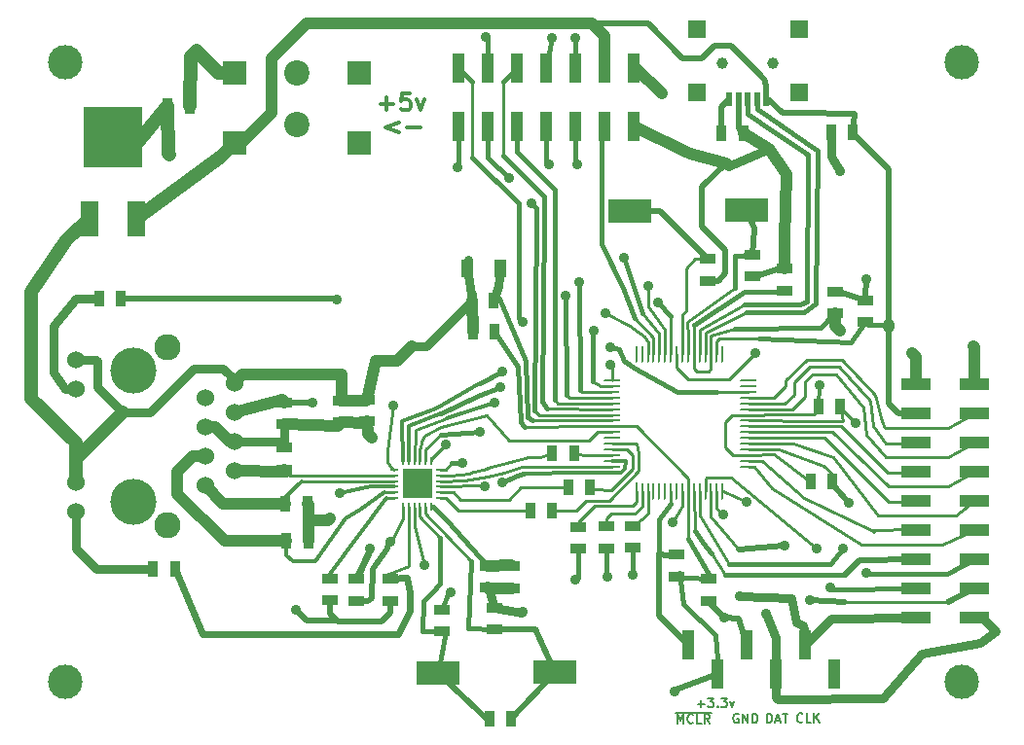
<source format=gtl>
G04 (created by PCBNEW (2013-08-24 BZR 4298)-stable) date Tue 08 Oct 2013 10:17:30 PM PDT*
%MOIN*%
G04 Gerber Fmt 3.4, Leading zero omitted, Abs format*
%FSLAX34Y34*%
G01*
G70*
G90*
G04 APERTURE LIST*
%ADD10C,0.005906*%
%ADD11C,0.011811*%
%ADD12C,0.007874*%
%ADD13R,0.098400X0.098400*%
%ADD14O,0.009800X0.031500*%
%ADD15O,0.031500X0.009800*%
%ADD16C,0.031496*%
%ADD17R,0.039400X0.059100*%
%ADD18R,0.039400X0.061000*%
%ADD19R,0.063000X0.063000*%
%ADD20C,0.039400*%
%ADD21R,0.019700X0.047200*%
%ADD22R,0.009800X0.060000*%
%ADD23O,0.009800X0.060000*%
%ADD24O,0.060000X0.009800*%
%ADD25R,0.149600X0.082700*%
%ADD26C,0.060000*%
%ADD27C,0.157480*%
%ADD28C,0.090000*%
%ADD29C,0.086614*%
%ADD30R,0.078700X0.078700*%
%ADD31R,0.055000X0.035000*%
%ADD32R,0.035000X0.055000*%
%ADD33R,0.060000X0.120000*%
%ADD34R,0.200000X0.210000*%
%ADD35R,0.039000X0.100000*%
%ADD36R,0.100000X0.039000*%
%ADD37C,0.118110*%
%ADD38C,0.035000*%
%ADD39C,0.023622*%
%ADD40C,0.009843*%
%ADD41C,0.039370*%
%ADD42C,0.047244*%
%ADD43C,0.019685*%
%ADD44C,0.015748*%
%ADD45C,0.031496*%
G04 APERTURE END LIST*
G54D10*
G54D11*
X25989Y-29649D02*
X25539Y-29817D01*
X25989Y-29986D01*
X26270Y-29817D02*
X26720Y-29817D01*
X25355Y-28991D02*
X25805Y-28991D01*
X25580Y-29215D02*
X25580Y-28766D01*
X26367Y-28625D02*
X26086Y-28625D01*
X26058Y-28906D01*
X26086Y-28878D01*
X26142Y-28850D01*
X26283Y-28850D01*
X26339Y-28878D01*
X26367Y-28906D01*
X26395Y-28962D01*
X26395Y-29103D01*
X26367Y-29159D01*
X26339Y-29187D01*
X26283Y-29215D01*
X26142Y-29215D01*
X26086Y-29187D01*
X26058Y-29159D01*
X26592Y-28822D02*
X26733Y-29215D01*
X26874Y-28822D01*
G54D12*
X39816Y-50167D02*
X39801Y-50182D01*
X39756Y-50197D01*
X39726Y-50197D01*
X39681Y-50182D01*
X39651Y-50152D01*
X39636Y-50122D01*
X39621Y-50062D01*
X39621Y-50017D01*
X39636Y-49957D01*
X39651Y-49927D01*
X39681Y-49897D01*
X39726Y-49882D01*
X39756Y-49882D01*
X39801Y-49897D01*
X39816Y-49912D01*
X40101Y-50197D02*
X39951Y-50197D01*
X39951Y-49882D01*
X40206Y-50197D02*
X40206Y-49882D01*
X40386Y-50197D02*
X40251Y-50017D01*
X40386Y-49882D02*
X40206Y-50062D01*
X37618Y-49913D02*
X37588Y-49898D01*
X37543Y-49898D01*
X37498Y-49913D01*
X37468Y-49943D01*
X37453Y-49973D01*
X37438Y-50033D01*
X37438Y-50078D01*
X37453Y-50138D01*
X37468Y-50168D01*
X37498Y-50198D01*
X37543Y-50213D01*
X37573Y-50213D01*
X37618Y-50198D01*
X37633Y-50183D01*
X37633Y-50078D01*
X37573Y-50078D01*
X37768Y-50213D02*
X37768Y-49898D01*
X37948Y-50213D01*
X37948Y-49898D01*
X38098Y-50213D02*
X38098Y-49898D01*
X38173Y-49898D01*
X38218Y-49913D01*
X38248Y-49943D01*
X38263Y-49973D01*
X38278Y-50033D01*
X38278Y-50078D01*
X38263Y-50138D01*
X38248Y-50168D01*
X38218Y-50198D01*
X38173Y-50213D01*
X38098Y-50213D01*
X38587Y-50213D02*
X38587Y-49898D01*
X38662Y-49898D01*
X38707Y-49913D01*
X38737Y-49943D01*
X38752Y-49973D01*
X38767Y-50033D01*
X38767Y-50078D01*
X38752Y-50138D01*
X38737Y-50168D01*
X38707Y-50198D01*
X38662Y-50213D01*
X38587Y-50213D01*
X38887Y-50123D02*
X39037Y-50123D01*
X38857Y-50213D02*
X38962Y-49898D01*
X39067Y-50213D01*
X39127Y-49898D02*
X39307Y-49898D01*
X39217Y-50213D02*
X39217Y-49898D01*
X36223Y-49553D02*
X36463Y-49553D01*
X36343Y-49673D02*
X36343Y-49434D01*
X36583Y-49359D02*
X36778Y-49359D01*
X36673Y-49479D01*
X36718Y-49479D01*
X36748Y-49494D01*
X36763Y-49508D01*
X36778Y-49538D01*
X36778Y-49613D01*
X36763Y-49643D01*
X36748Y-49658D01*
X36718Y-49673D01*
X36628Y-49673D01*
X36598Y-49658D01*
X36583Y-49643D01*
X36913Y-49643D02*
X36928Y-49658D01*
X36913Y-49673D01*
X36898Y-49658D01*
X36913Y-49643D01*
X36913Y-49673D01*
X37033Y-49359D02*
X37228Y-49359D01*
X37123Y-49479D01*
X37168Y-49479D01*
X37198Y-49494D01*
X37213Y-49508D01*
X37228Y-49538D01*
X37228Y-49613D01*
X37213Y-49643D01*
X37198Y-49658D01*
X37168Y-49673D01*
X37078Y-49673D01*
X37048Y-49658D01*
X37033Y-49643D01*
X37333Y-49464D02*
X37408Y-49673D01*
X37483Y-49464D01*
X35527Y-50229D02*
X35527Y-49914D01*
X35632Y-50139D01*
X35737Y-49914D01*
X35737Y-50229D01*
X36067Y-50199D02*
X36052Y-50214D01*
X36007Y-50229D01*
X35977Y-50229D01*
X35932Y-50214D01*
X35902Y-50184D01*
X35887Y-50154D01*
X35872Y-50094D01*
X35872Y-50049D01*
X35887Y-49989D01*
X35902Y-49959D01*
X35932Y-49929D01*
X35977Y-49914D01*
X36007Y-49914D01*
X36052Y-49929D01*
X36067Y-49944D01*
X36352Y-50229D02*
X36202Y-50229D01*
X36202Y-49914D01*
X36637Y-50229D02*
X36532Y-50079D01*
X36457Y-50229D02*
X36457Y-49914D01*
X36577Y-49914D01*
X36607Y-49929D01*
X36622Y-49944D01*
X36637Y-49974D01*
X36637Y-50019D01*
X36622Y-50049D01*
X36607Y-50064D01*
X36577Y-50079D01*
X36457Y-50079D01*
X35452Y-49859D02*
X36697Y-49859D01*
G54D13*
X26618Y-42019D03*
G54D14*
X26126Y-42806D03*
X26323Y-42806D03*
X26520Y-42806D03*
X26716Y-42806D03*
X26913Y-42806D03*
X27110Y-42806D03*
G54D15*
X27405Y-42511D03*
X27405Y-42314D03*
X27405Y-42117D03*
X27405Y-41921D03*
X27405Y-41724D03*
X27405Y-41527D03*
G54D14*
X27110Y-41232D03*
X26913Y-41232D03*
X26716Y-41232D03*
X26520Y-41232D03*
X26323Y-41232D03*
X26126Y-41232D03*
G54D15*
X25831Y-41527D03*
X25831Y-41724D03*
X25831Y-41921D03*
X25831Y-42117D03*
X25831Y-42314D03*
X25831Y-42511D03*
G54D16*
X26618Y-42019D03*
X26318Y-41719D03*
X26318Y-42319D03*
X26918Y-41719D03*
X26918Y-42319D03*
G54D17*
X29481Y-34624D03*
G54D18*
X28329Y-34620D03*
G54D19*
X36190Y-28592D03*
X36190Y-26427D03*
X39694Y-28592D03*
G54D20*
X37076Y-27608D03*
G54D21*
X37627Y-28829D03*
X38572Y-28829D03*
X38257Y-28829D03*
X37312Y-28829D03*
X37937Y-28829D03*
G54D19*
X39694Y-26427D03*
G54D20*
X38808Y-27608D03*
G54D22*
X34124Y-42261D03*
G54D23*
X34321Y-42261D03*
X34518Y-42261D03*
X34715Y-42261D03*
X34912Y-42261D03*
X35108Y-42261D03*
X35305Y-42261D03*
X35502Y-42261D03*
X35699Y-42261D03*
X35896Y-42261D03*
X36093Y-42261D03*
X36289Y-42261D03*
X36486Y-42261D03*
X36683Y-42261D03*
X36880Y-42261D03*
X37077Y-42261D03*
G54D24*
X37975Y-41426D03*
X37975Y-41229D03*
X37975Y-41032D03*
X37975Y-40835D03*
X37975Y-40638D03*
X37975Y-40442D03*
X37975Y-40245D03*
X37975Y-40048D03*
X37975Y-39851D03*
X37975Y-39654D03*
X37975Y-39457D03*
X37975Y-39261D03*
X37975Y-39064D03*
X37975Y-38867D03*
X37975Y-38670D03*
X37975Y-38473D03*
G54D23*
X37077Y-37575D03*
X36880Y-37575D03*
X36683Y-37575D03*
X36486Y-37575D03*
X36289Y-37575D03*
X36093Y-37575D03*
X35896Y-37575D03*
X35699Y-37575D03*
X35502Y-37575D03*
X35305Y-37575D03*
X35108Y-37575D03*
X34912Y-37575D03*
X34715Y-37575D03*
X34518Y-37575D03*
X34321Y-37575D03*
X34124Y-37575D03*
G54D24*
X33289Y-38473D03*
X33289Y-38670D03*
X33289Y-39064D03*
X33282Y-38867D03*
X33289Y-39261D03*
X33289Y-39457D03*
X33289Y-39654D03*
X33289Y-39851D03*
X33289Y-40048D03*
X33289Y-40245D03*
X33289Y-40439D03*
X33289Y-40636D03*
X33289Y-40833D03*
X33289Y-41030D03*
X33289Y-41226D03*
X33289Y-41423D03*
G54D25*
X31330Y-48462D03*
X27330Y-48500D03*
X33893Y-32667D03*
X37893Y-32629D03*
G54D26*
X14921Y-37765D03*
X14921Y-38765D03*
X14921Y-41982D03*
X14921Y-42982D03*
X19350Y-39084D03*
X19350Y-41084D03*
X19350Y-40084D03*
X19350Y-42080D03*
X20350Y-41570D03*
X20350Y-39574D03*
X20350Y-40574D03*
G54D27*
X16902Y-42624D03*
X16902Y-38124D03*
G54D28*
X18051Y-37324D03*
X18051Y-43423D03*
G54D26*
X20350Y-38574D03*
G54D29*
X22503Y-29700D03*
G54D30*
X24629Y-27929D03*
X24629Y-30330D03*
X20371Y-27929D03*
X20377Y-30330D03*
G54D29*
X22503Y-27929D03*
G54D31*
X25688Y-45274D03*
X25688Y-46024D03*
G54D32*
X17577Y-44940D03*
X18327Y-44940D03*
G54D31*
X35500Y-45193D03*
X35500Y-44443D03*
G54D32*
X22855Y-42696D03*
X22105Y-42696D03*
G54D31*
X22066Y-40786D03*
X22066Y-41536D03*
G54D32*
X22884Y-43986D03*
X22134Y-43986D03*
G54D31*
X22066Y-39971D03*
X22066Y-39221D03*
G54D32*
X31243Y-40972D03*
X31993Y-40972D03*
X31786Y-42141D03*
X32536Y-42141D03*
X30495Y-42940D03*
X31245Y-42940D03*
X29843Y-50086D03*
X29093Y-50086D03*
G54D31*
X23618Y-45254D03*
X23618Y-46004D03*
X33988Y-44213D03*
X33988Y-43463D03*
X33098Y-44233D03*
X33098Y-43483D03*
X32118Y-44237D03*
X32118Y-43487D03*
X24539Y-45274D03*
X24539Y-46024D03*
X39200Y-35394D03*
X39200Y-34644D03*
X38106Y-34156D03*
X38106Y-34906D03*
X36570Y-34306D03*
X36570Y-35056D03*
X40921Y-36178D03*
X40921Y-35428D03*
X41968Y-36481D03*
X41968Y-35731D03*
G54D32*
X37046Y-30009D03*
X37796Y-30009D03*
X41536Y-29956D03*
X40786Y-29956D03*
X29249Y-35744D03*
X28499Y-35744D03*
X40357Y-39366D03*
X41107Y-39366D03*
X29280Y-36795D03*
X28530Y-36795D03*
X40097Y-41952D03*
X40847Y-41952D03*
X18081Y-29062D03*
X18831Y-29062D03*
G54D31*
X36590Y-45278D03*
X36590Y-46028D03*
X24000Y-39914D03*
X24000Y-39164D03*
X24913Y-39886D03*
X24913Y-39136D03*
X27468Y-46325D03*
X27468Y-47075D03*
X29259Y-46254D03*
X29259Y-47004D03*
X29031Y-44825D03*
X29031Y-45575D03*
X29858Y-44845D03*
X29858Y-45595D03*
G54D32*
X15727Y-35679D03*
X16477Y-35679D03*
G54D33*
X15385Y-32950D03*
X16985Y-32950D03*
G54D34*
X16185Y-30150D03*
G54D35*
X40901Y-48531D03*
X39901Y-47531D03*
X38901Y-48531D03*
X37901Y-47531D03*
X36901Y-48531D03*
X35901Y-47531D03*
X33043Y-27755D03*
X34043Y-27755D03*
X34043Y-29755D03*
X33043Y-29755D03*
X32043Y-29755D03*
X28039Y-29755D03*
X29043Y-29755D03*
X30043Y-29755D03*
X31043Y-29755D03*
X32043Y-27755D03*
X31043Y-27755D03*
X30043Y-27755D03*
X29043Y-27755D03*
X28043Y-27755D03*
G54D36*
X43696Y-40594D03*
X45696Y-39594D03*
X45696Y-38594D03*
X43696Y-38594D03*
X43696Y-39594D03*
X43696Y-41594D03*
X45696Y-40594D03*
X45696Y-41594D03*
X45696Y-42594D03*
X45696Y-46594D03*
X45696Y-45594D03*
X45696Y-44594D03*
X45696Y-43594D03*
X43696Y-42594D03*
X43696Y-43594D03*
X43696Y-44594D03*
X43696Y-45594D03*
X43696Y-46594D03*
G54D37*
X45275Y-27559D03*
X45275Y-48818D03*
X14566Y-48818D03*
X14566Y-27559D03*
G54D38*
X24984Y-44240D03*
X41090Y-36779D03*
X35003Y-28645D03*
X43570Y-37551D03*
X18133Y-30720D03*
X35440Y-49149D03*
X40409Y-38649D03*
X28917Y-42106D03*
X25078Y-40440D03*
X23649Y-43200D03*
X25700Y-44000D03*
X25799Y-39330D03*
X27602Y-40665D03*
X33228Y-37338D03*
X28177Y-41307D03*
X33240Y-37933D03*
X29547Y-41984D03*
X28771Y-40251D03*
X22480Y-46350D03*
X38200Y-37539D03*
X37185Y-31035D03*
X45673Y-37303D03*
X41629Y-39921D03*
X19066Y-27181D03*
X42011Y-35011D03*
X41389Y-42657D03*
X37141Y-46618D03*
X35350Y-43322D03*
X27775Y-45724D03*
X41098Y-31291D03*
X26425Y-37311D03*
X30240Y-46409D03*
X37086Y-43070D03*
X37653Y-45885D03*
X37889Y-42649D03*
X38578Y-46468D03*
X23881Y-35700D03*
X26850Y-44791D03*
X34007Y-45141D03*
X29519Y-38157D03*
X33118Y-45196D03*
X29480Y-38700D03*
X32031Y-45318D03*
X29271Y-39251D03*
X40078Y-46003D03*
X39208Y-44129D03*
X40303Y-44236D03*
X40771Y-45570D03*
X41204Y-44251D03*
X42000Y-45066D03*
X33055Y-36177D03*
X27984Y-31173D03*
X32031Y-26728D03*
X33704Y-34259D03*
X32681Y-36771D03*
X30228Y-36476D03*
X32165Y-35098D03*
X29751Y-31531D03*
X31708Y-35567D03*
X28980Y-26716D03*
X31129Y-31070D03*
X30519Y-32409D03*
X34854Y-35803D03*
X31244Y-26728D03*
X34539Y-35220D03*
X32098Y-31086D03*
X23039Y-39240D03*
X23968Y-42322D03*
G54D39*
X24539Y-45274D02*
X25003Y-44259D01*
X25003Y-44259D02*
X24984Y-44240D01*
G54D40*
X35896Y-42261D02*
X35896Y-41825D01*
X34119Y-40048D02*
X33289Y-40048D01*
X35896Y-41825D02*
X34119Y-40048D01*
G54D41*
X40921Y-36178D02*
X40921Y-36610D01*
X40921Y-36610D02*
X41090Y-36779D01*
G54D40*
X37975Y-39654D02*
X37412Y-39654D01*
X37426Y-41032D02*
X37975Y-41032D01*
X37153Y-40759D02*
X37426Y-41032D01*
X37153Y-39913D02*
X37153Y-40759D01*
X37412Y-39654D02*
X37153Y-39913D01*
X36683Y-37575D02*
X36683Y-38084D01*
X36093Y-38077D02*
X36093Y-37575D01*
X36196Y-38181D02*
X36093Y-38077D01*
X36586Y-38181D02*
X36196Y-38181D01*
X36683Y-38084D02*
X36586Y-38181D01*
G54D41*
X34043Y-27755D02*
X34114Y-27755D01*
X34114Y-27755D02*
X35003Y-28645D01*
X43696Y-37677D02*
X43696Y-38594D01*
X43570Y-37551D02*
X43696Y-37677D01*
G54D42*
X18081Y-29062D02*
X18109Y-30695D01*
X18109Y-30695D02*
X18133Y-30720D01*
X18081Y-29062D02*
X16735Y-30700D01*
X16735Y-30700D02*
X16185Y-30150D01*
G54D43*
X35393Y-49102D02*
X36901Y-48531D01*
X35440Y-49149D02*
X35393Y-49102D01*
G54D11*
X40357Y-39366D02*
X40228Y-39640D01*
X40409Y-38649D02*
X40357Y-39366D01*
G54D40*
X37975Y-41032D02*
X38830Y-41011D01*
X40082Y-41938D02*
X40097Y-41952D01*
X38830Y-41011D02*
X40082Y-41938D01*
X27405Y-42117D02*
X28893Y-42082D01*
G54D43*
X28893Y-42082D02*
X28917Y-42106D01*
G54D40*
X35896Y-42261D02*
X35889Y-43893D01*
G54D44*
X36818Y-47208D02*
X35720Y-46149D01*
X36901Y-48037D02*
X36818Y-47208D01*
X35614Y-45074D02*
X35645Y-45232D01*
X35645Y-45232D02*
X35657Y-45263D01*
X35657Y-45263D02*
X35457Y-45218D01*
X35457Y-45218D02*
X36516Y-45260D01*
X35720Y-46149D02*
X35614Y-45074D01*
X36723Y-45338D02*
X36516Y-45260D01*
X35889Y-43893D02*
X36723Y-45338D01*
G54D40*
X37975Y-39654D02*
X38427Y-39654D01*
X38427Y-39654D02*
X38577Y-39645D01*
X38577Y-39645D02*
X40228Y-39640D01*
X33289Y-40048D02*
X32598Y-40051D01*
X32598Y-40051D02*
X30287Y-40058D01*
G54D44*
X30060Y-38015D02*
X29282Y-36796D01*
X30174Y-39893D02*
X30060Y-38015D01*
X30287Y-40058D02*
X30174Y-39893D01*
X29282Y-36796D02*
X29280Y-36795D01*
G54D41*
X24913Y-39886D02*
X24929Y-40291D01*
X24929Y-40291D02*
X25078Y-40440D01*
X23570Y-43279D02*
X22884Y-43279D01*
X23649Y-43200D02*
X23570Y-43279D01*
X22066Y-39971D02*
X23891Y-40022D01*
X23891Y-40022D02*
X24000Y-39914D01*
X22884Y-43986D02*
X22884Y-43279D01*
X22884Y-43279D02*
X22884Y-42726D01*
X22884Y-42726D02*
X22855Y-42696D01*
X24000Y-39914D02*
X24874Y-39926D01*
X24874Y-39926D02*
X24913Y-39886D01*
G54D40*
X36093Y-37575D02*
X36098Y-36566D01*
G54D44*
X36098Y-36566D02*
X37830Y-35435D01*
X37830Y-35435D02*
X39160Y-35435D01*
X39160Y-35435D02*
X39200Y-35394D01*
G54D40*
X36683Y-37575D02*
X36681Y-36940D01*
G54D44*
X40884Y-36178D02*
X40921Y-36178D01*
X40440Y-36681D02*
X40884Y-36178D01*
X37484Y-36692D02*
X40440Y-36681D01*
G54D40*
X36681Y-36940D02*
X37484Y-36692D01*
G54D45*
X22066Y-40786D02*
X22066Y-39971D01*
X20350Y-40574D02*
X21854Y-40574D01*
X21854Y-40574D02*
X22066Y-40786D01*
G54D41*
X20350Y-40574D02*
X20200Y-40574D01*
X19710Y-40084D02*
X19350Y-40084D01*
X20200Y-40574D02*
X19710Y-40084D01*
G54D43*
X41536Y-29956D02*
X41536Y-30016D01*
X42767Y-31248D02*
X42767Y-36562D01*
X41536Y-30016D02*
X42767Y-31248D01*
X43696Y-39594D02*
X43086Y-39594D01*
X42767Y-36562D02*
X42757Y-39265D01*
X43086Y-39594D02*
X42757Y-39265D01*
X42757Y-39265D02*
X42757Y-39265D01*
G54D44*
X42767Y-36562D02*
X42050Y-36562D01*
X42050Y-36562D02*
X41968Y-36481D01*
G54D43*
X38572Y-28829D02*
X38572Y-28423D01*
X34527Y-26236D02*
X32598Y-26236D01*
X35712Y-27421D02*
X34527Y-26236D01*
X36377Y-27421D02*
X35712Y-27421D01*
X36787Y-27011D02*
X36377Y-27421D01*
X37370Y-27011D02*
X36787Y-27011D01*
X38350Y-27992D02*
X37370Y-27011D01*
X38535Y-28192D02*
X38350Y-27992D01*
X38572Y-28423D02*
X38535Y-28192D01*
G54D41*
X20377Y-30330D02*
X20598Y-30330D01*
X20598Y-30330D02*
X21629Y-29299D01*
X21629Y-29299D02*
X21629Y-27437D01*
X21629Y-27437D02*
X22838Y-26228D01*
X22838Y-26228D02*
X32590Y-26228D01*
X32590Y-26228D02*
X32598Y-26236D01*
X33043Y-26681D02*
X33043Y-27755D01*
X32598Y-26236D02*
X33043Y-26681D01*
G54D42*
X16985Y-32950D02*
X19907Y-30800D01*
X19907Y-30800D02*
X20377Y-30330D01*
G54D40*
X36880Y-37575D02*
X36880Y-37143D01*
G54D44*
X41460Y-37153D02*
X41968Y-36481D01*
X38338Y-37043D02*
X41460Y-37153D01*
G54D40*
X36980Y-37043D02*
X38338Y-37043D01*
X36880Y-37143D02*
X36980Y-37043D01*
G54D43*
X38572Y-28829D02*
X38647Y-28829D01*
X41610Y-29338D02*
X41536Y-29956D01*
X39708Y-29307D02*
X41610Y-29338D01*
X39125Y-29307D02*
X39708Y-29307D01*
X38647Y-28829D02*
X39125Y-29307D01*
G54D41*
X42766Y-36641D02*
X42767Y-36562D01*
G54D40*
X25831Y-41527D02*
X25720Y-41456D01*
X25712Y-43988D02*
X25720Y-43988D01*
X25700Y-44000D02*
X25712Y-43988D01*
X25606Y-40874D02*
X25799Y-39330D01*
X25606Y-41259D02*
X25606Y-40874D01*
X25720Y-41456D02*
X25606Y-41259D01*
G54D43*
X24539Y-46024D02*
X24929Y-46051D01*
X25090Y-44948D02*
X25598Y-44220D01*
X25598Y-44220D02*
X25629Y-44078D01*
X25629Y-44078D02*
X25720Y-43988D01*
X25051Y-45940D02*
X25090Y-44948D01*
X24929Y-46051D02*
X25051Y-45940D01*
G54D40*
X26126Y-43212D02*
X26126Y-42806D01*
X25720Y-43988D02*
X26126Y-43212D01*
X36289Y-37575D02*
X36289Y-36722D01*
X36289Y-36722D02*
X37842Y-35885D01*
G54D44*
X37842Y-35885D02*
X39744Y-35877D01*
X39744Y-35877D02*
X39952Y-35767D01*
X39952Y-35767D02*
X40003Y-30728D01*
X40003Y-30728D02*
X38377Y-29633D01*
X38377Y-29633D02*
X37937Y-29343D01*
X37937Y-29343D02*
X37937Y-28829D01*
G54D40*
X36486Y-37575D02*
X36486Y-36836D01*
G54D44*
X38257Y-29155D02*
X38257Y-28829D01*
X40330Y-30610D02*
X38257Y-29155D01*
G54D40*
X36486Y-36836D02*
X37889Y-36149D01*
G54D44*
X37889Y-36149D02*
X39870Y-36129D01*
X39870Y-36129D02*
X40251Y-35850D01*
X40251Y-35850D02*
X40330Y-30610D01*
G54D40*
X33289Y-41030D02*
X32550Y-41030D01*
X32330Y-41035D02*
X31993Y-40972D01*
X32550Y-41030D02*
X32330Y-41035D01*
G54D44*
X33692Y-37787D02*
X33893Y-37952D01*
G54D40*
X27110Y-41157D02*
X27602Y-40665D01*
G54D44*
X33228Y-37338D02*
X33531Y-37409D01*
X33531Y-37409D02*
X33692Y-37787D01*
G54D40*
X27110Y-41232D02*
X27110Y-41157D01*
X36859Y-38867D02*
X37975Y-38867D01*
G54D44*
X35535Y-38866D02*
X36859Y-38867D01*
X34035Y-38031D02*
X35535Y-38866D01*
X33893Y-37952D02*
X34035Y-38031D01*
G54D40*
X27405Y-41527D02*
X27594Y-41527D01*
X27594Y-41527D02*
X27814Y-41307D01*
G54D44*
X27814Y-41307D02*
X28177Y-41307D01*
X33240Y-37933D02*
X33289Y-37982D01*
G54D40*
X33289Y-37982D02*
X33289Y-38473D01*
X26913Y-41232D02*
X26913Y-40850D01*
G54D11*
X33732Y-41496D02*
X33756Y-41231D01*
X33602Y-41629D02*
X33732Y-41496D01*
X32177Y-41629D02*
X33602Y-41629D01*
X30259Y-41657D02*
X32177Y-41629D01*
G54D44*
X30019Y-41740D02*
X30259Y-41657D01*
X29547Y-41984D02*
X30019Y-41740D01*
X27429Y-40334D02*
X28771Y-40251D01*
G54D40*
X26913Y-40850D02*
X27429Y-40334D01*
G54D11*
X33756Y-41231D02*
X33756Y-41231D01*
X33756Y-41231D02*
X33289Y-41226D01*
G54D40*
X33289Y-40833D02*
X33794Y-40833D01*
X32701Y-42212D02*
X32536Y-42141D01*
X33263Y-42244D02*
X32701Y-42212D01*
X33992Y-41515D02*
X33263Y-42244D01*
X33992Y-41031D02*
X33992Y-41515D01*
X33794Y-40833D02*
X33992Y-41031D01*
X31245Y-42940D02*
X32066Y-42944D01*
X34118Y-40621D02*
X33289Y-40636D01*
X34196Y-40972D02*
X34118Y-40621D01*
X34202Y-41580D02*
X34196Y-40972D01*
X33187Y-42596D02*
X34202Y-41580D01*
X32413Y-42598D02*
X33187Y-42596D01*
X32066Y-42944D02*
X32413Y-42598D01*
X27405Y-41921D02*
X28240Y-41897D01*
X28240Y-41897D02*
X29039Y-41755D01*
X29039Y-41755D02*
X29606Y-41633D01*
X29606Y-41633D02*
X30192Y-41440D01*
X30192Y-41440D02*
X33289Y-41423D01*
X34321Y-42261D02*
X34321Y-42792D01*
X33098Y-43200D02*
X33098Y-43483D01*
X33267Y-43031D02*
X33098Y-43200D01*
X34082Y-43031D02*
X33267Y-43031D01*
X34321Y-42792D02*
X34082Y-43031D01*
X34518Y-42261D02*
X34518Y-43020D01*
X34315Y-43223D02*
X33988Y-43463D01*
X34518Y-43020D02*
X34315Y-43223D01*
X34124Y-42261D02*
X34124Y-42639D01*
X32118Y-43346D02*
X32118Y-43487D01*
X32688Y-42775D02*
X32118Y-43346D01*
X33988Y-42775D02*
X32688Y-42775D01*
X34124Y-42639D02*
X33988Y-42775D01*
G54D41*
X25187Y-37799D02*
X25937Y-37799D01*
X25937Y-37799D02*
X26425Y-37311D01*
X25187Y-37799D02*
X24913Y-39136D01*
G54D43*
X23872Y-46718D02*
X22848Y-46718D01*
X22848Y-46718D02*
X22480Y-46350D01*
X25688Y-46024D02*
X25688Y-46452D01*
X23618Y-46464D02*
X23618Y-46004D01*
X23885Y-46732D02*
X23872Y-46718D01*
X23872Y-46718D02*
X23618Y-46464D01*
X25409Y-46732D02*
X23885Y-46732D01*
X25688Y-46452D02*
X25409Y-46732D01*
G54D40*
X35502Y-37575D02*
X35502Y-38029D01*
X37299Y-38440D02*
X38200Y-37539D01*
X35913Y-38440D02*
X37299Y-38440D01*
X35502Y-38029D02*
X35913Y-38440D01*
G54D45*
X26425Y-37311D02*
X26932Y-37311D01*
X26932Y-37311D02*
X28499Y-35744D01*
G54D41*
X28530Y-36795D02*
X28499Y-35744D01*
G54D43*
X36570Y-35056D02*
X36932Y-35056D01*
X36374Y-31846D02*
X37185Y-31035D01*
X36374Y-33204D02*
X36374Y-31846D01*
X37169Y-34000D02*
X36374Y-33204D01*
X37169Y-34818D02*
X37169Y-34000D01*
X36932Y-35056D02*
X37169Y-34818D01*
G54D41*
X34043Y-29755D02*
X35968Y-30712D01*
G54D45*
X37275Y-31125D02*
X37185Y-31035D01*
X37275Y-31125D02*
X38669Y-30539D01*
G54D41*
X35968Y-30712D02*
X37185Y-31035D01*
X45696Y-38594D02*
X45696Y-37326D01*
X45696Y-37326D02*
X45673Y-37303D01*
G54D40*
X41107Y-39366D02*
X41107Y-39398D01*
X41107Y-39398D02*
X41629Y-39921D01*
G54D41*
X29858Y-45595D02*
X29051Y-45595D01*
X29051Y-45595D02*
X29031Y-45575D01*
G54D42*
X20371Y-27929D02*
X19814Y-27929D01*
X19814Y-27929D02*
X19066Y-27181D01*
X18831Y-29062D02*
X18875Y-27373D01*
X18875Y-27373D02*
X19066Y-27181D01*
X15385Y-32950D02*
X14751Y-33512D01*
X14594Y-33669D02*
X13405Y-35423D01*
X13405Y-35423D02*
X13405Y-39094D01*
X13405Y-39094D02*
X14921Y-40610D01*
X14921Y-40610D02*
X14921Y-41982D01*
X14751Y-33512D02*
X14594Y-33669D01*
G54D41*
X19082Y-27196D02*
X19110Y-27196D01*
X19066Y-27181D02*
X19082Y-27196D01*
G54D43*
X36590Y-46028D02*
X36716Y-46161D01*
X36716Y-46161D02*
X37141Y-46618D01*
X41968Y-35731D02*
X41968Y-35594D01*
X41968Y-35594D02*
X42011Y-35011D01*
X41968Y-35731D02*
X40956Y-35392D01*
X40956Y-35392D02*
X40921Y-35428D01*
X40847Y-41952D02*
X40921Y-42141D01*
X40921Y-42141D02*
X41389Y-42657D01*
X37901Y-47531D02*
X37641Y-46641D01*
X37641Y-46641D02*
X37141Y-46618D01*
G54D40*
X35700Y-42267D02*
X35699Y-42765D01*
X35699Y-42765D02*
X35350Y-43322D01*
G54D44*
X27468Y-46325D02*
X27700Y-45688D01*
X27700Y-45688D02*
X27775Y-45724D01*
G54D45*
X40786Y-29956D02*
X40814Y-30795D01*
X40814Y-30795D02*
X41098Y-31291D01*
G54D40*
X37975Y-40835D02*
X38467Y-40835D01*
X40842Y-41657D02*
X40847Y-41952D01*
X40543Y-41401D02*
X40842Y-41657D01*
X38996Y-40822D02*
X40543Y-41401D01*
X38467Y-40835D02*
X38996Y-40822D01*
G54D45*
X28329Y-34620D02*
X28499Y-35744D01*
G54D40*
X28499Y-35744D02*
X28499Y-35744D01*
G54D45*
X29259Y-46254D02*
X30213Y-46436D01*
X30213Y-46436D02*
X30240Y-46409D01*
X29259Y-46254D02*
X29059Y-45598D01*
X29059Y-45598D02*
X29031Y-45575D01*
G54D40*
X41107Y-39366D02*
X41189Y-39856D01*
X38548Y-39851D02*
X37975Y-39851D01*
X41189Y-39856D02*
X39743Y-39857D01*
X39743Y-39857D02*
X38548Y-39851D01*
G54D45*
X28374Y-34330D02*
X28329Y-34620D01*
G54D41*
X24000Y-39164D02*
X24874Y-39176D01*
X24874Y-39176D02*
X24913Y-39136D01*
X24025Y-38278D02*
X24025Y-38896D01*
X24025Y-38896D02*
X24000Y-39164D01*
X24025Y-38278D02*
X20645Y-38278D01*
X20645Y-38278D02*
X20350Y-38574D01*
X39200Y-34644D02*
X39196Y-33629D01*
X39196Y-33629D02*
X39255Y-31393D01*
X39255Y-31393D02*
X38669Y-30539D01*
X38669Y-30539D02*
X37796Y-30009D01*
G54D43*
X38106Y-34906D02*
X38239Y-34906D01*
X38239Y-34906D02*
X39048Y-34644D01*
X39048Y-34644D02*
X39200Y-34644D01*
X37627Y-28829D02*
X37627Y-29841D01*
X37627Y-29841D02*
X37796Y-30009D01*
G54D45*
X14921Y-41982D02*
X14921Y-41181D01*
G54D42*
X14921Y-41181D02*
X16535Y-39566D01*
G54D45*
X20350Y-38574D02*
X20350Y-38450D01*
X15610Y-37765D02*
X14921Y-37765D01*
X15659Y-37814D02*
X15610Y-37765D01*
X15659Y-38690D02*
X15659Y-37814D01*
X16535Y-39566D02*
X15659Y-38690D01*
X17460Y-39566D02*
X16535Y-39566D01*
X18956Y-38070D02*
X17460Y-39566D01*
X19970Y-38070D02*
X18956Y-38070D01*
X20350Y-38450D02*
X19970Y-38070D01*
X15629Y-44940D02*
X17577Y-44940D01*
X14921Y-44232D02*
X15629Y-44940D01*
X14921Y-42982D02*
X14921Y-44232D01*
X43696Y-46594D02*
X40791Y-46641D01*
X40791Y-46641D02*
X39901Y-47531D01*
G54D40*
X36880Y-42261D02*
X36880Y-42864D01*
G54D45*
X39448Y-45929D02*
X39598Y-46771D01*
X39598Y-46771D02*
X39838Y-46858D01*
X39838Y-46858D02*
X39928Y-47284D01*
X37653Y-45885D02*
X39448Y-45929D01*
G54D40*
X36880Y-42864D02*
X37086Y-43070D01*
G54D45*
X45696Y-46594D02*
X45996Y-46641D01*
X38901Y-49338D02*
X38901Y-48531D01*
X38972Y-49409D02*
X38901Y-49338D01*
X42570Y-49366D02*
X38972Y-49409D01*
X45901Y-47468D02*
X43905Y-47830D01*
X43905Y-47830D02*
X42570Y-49366D01*
X46425Y-47070D02*
X45901Y-47468D01*
X45996Y-46641D02*
X46425Y-47070D01*
X38901Y-48531D02*
X38901Y-47303D01*
X38901Y-47303D02*
X38578Y-46468D01*
G54D40*
X37077Y-42261D02*
X37100Y-42261D01*
X37100Y-42261D02*
X37889Y-42649D01*
X38578Y-46468D02*
X38632Y-46521D01*
G54D43*
X16477Y-35679D02*
X23860Y-35679D01*
X23860Y-35679D02*
X23881Y-35700D01*
G54D40*
X26850Y-44791D02*
X26519Y-43472D01*
X26519Y-43472D02*
X26519Y-42821D01*
X31786Y-42141D02*
X30177Y-42141D01*
X27850Y-42314D02*
X27405Y-42314D01*
X28094Y-42559D02*
X27850Y-42314D01*
X29759Y-42559D02*
X28094Y-42559D01*
X30177Y-42141D02*
X29759Y-42559D01*
X27405Y-42511D02*
X27590Y-42511D01*
X28023Y-42944D02*
X30495Y-42940D01*
X27590Y-42511D02*
X28023Y-42944D01*
X26716Y-42806D02*
X26716Y-43121D01*
G54D44*
X27598Y-47083D02*
X27330Y-48500D01*
X26791Y-47059D02*
X27598Y-47083D01*
X26818Y-46031D02*
X26791Y-47059D01*
X27125Y-45751D02*
X26818Y-46031D01*
X27389Y-45429D02*
X27125Y-45751D01*
X27389Y-43854D02*
X27389Y-45429D01*
G54D40*
X26716Y-43121D02*
X27389Y-43854D01*
G54D43*
X29093Y-50086D02*
X28987Y-50086D01*
X28987Y-50086D02*
X27330Y-48500D01*
G54D41*
X29031Y-44825D02*
X29830Y-44817D01*
G54D40*
X29830Y-44817D02*
X29858Y-44845D01*
X27110Y-42806D02*
X27153Y-42806D01*
G54D44*
X27153Y-42806D02*
X27628Y-43282D01*
X27628Y-43282D02*
X29031Y-44825D01*
G54D40*
X33289Y-39851D02*
X30570Y-39842D01*
G54D44*
X29448Y-35661D02*
X29377Y-35744D01*
X30338Y-37791D02*
X29448Y-35661D01*
X30414Y-39733D02*
X30338Y-37791D01*
X30570Y-39842D02*
X30414Y-39733D01*
X29377Y-35744D02*
X29249Y-35744D01*
G54D45*
X29249Y-35744D02*
X29413Y-35220D01*
X29481Y-34624D02*
X29481Y-34624D01*
X29413Y-35220D02*
X29481Y-34624D01*
G54D43*
X36570Y-34306D02*
X36570Y-34291D01*
X36570Y-34291D02*
X34947Y-32667D01*
X34947Y-32667D02*
X33893Y-32667D01*
G54D40*
X35699Y-37575D02*
X35699Y-36210D01*
X36142Y-34306D02*
X36570Y-34306D01*
X35818Y-34629D02*
X36142Y-34306D01*
X35818Y-36090D02*
X35818Y-34629D01*
X35699Y-36210D02*
X35818Y-36090D01*
G54D39*
X25688Y-45274D02*
X26271Y-45228D01*
X19252Y-47161D02*
X18327Y-44940D01*
X25952Y-47161D02*
X19252Y-47161D01*
X26354Y-46385D02*
X25952Y-47161D01*
X26350Y-45732D02*
X26354Y-46385D01*
X26271Y-45228D02*
X26350Y-45732D01*
G54D40*
X26323Y-42806D02*
X26334Y-44826D01*
X26334Y-44826D02*
X25563Y-45148D01*
X25563Y-45148D02*
X25688Y-45274D01*
X27405Y-41724D02*
X27720Y-41724D01*
X30822Y-41090D02*
X30433Y-41118D01*
X30433Y-41118D02*
X29027Y-41468D01*
X29027Y-41468D02*
X29007Y-41488D01*
X29007Y-41488D02*
X28425Y-41641D01*
X28425Y-41641D02*
X28425Y-41653D01*
X30822Y-41090D02*
X31243Y-40972D01*
X27720Y-41724D02*
X28425Y-41653D01*
G54D11*
X26126Y-41232D02*
X26098Y-39866D01*
G54D44*
X33988Y-44397D02*
X33988Y-44213D01*
X34007Y-45141D02*
X33988Y-44397D01*
X28775Y-38555D02*
X29519Y-38157D01*
G54D11*
X27259Y-39448D02*
X28775Y-38555D01*
X26098Y-39866D02*
X27259Y-39448D01*
X26323Y-41232D02*
X26338Y-40042D01*
G54D44*
X33098Y-45177D02*
X33098Y-44233D01*
X33118Y-45196D02*
X33098Y-45177D01*
X28685Y-39011D02*
X29480Y-38700D01*
X27433Y-39610D02*
X28685Y-39011D01*
G54D11*
X26338Y-40042D02*
X27433Y-39610D01*
G54D40*
X26913Y-42806D02*
X26913Y-43027D01*
G54D44*
X28386Y-46973D02*
X29259Y-47004D01*
X28350Y-46968D02*
X28386Y-46973D01*
X28468Y-44665D02*
X28350Y-46968D01*
G54D40*
X26913Y-43027D02*
X28468Y-44665D01*
G54D43*
X31330Y-48462D02*
X31330Y-48489D01*
X31330Y-48489D02*
X29843Y-50086D01*
X29259Y-47004D02*
X30669Y-46988D01*
X30669Y-46988D02*
X31330Y-48462D01*
G54D40*
X26520Y-41232D02*
X26560Y-40160D01*
G54D44*
X32118Y-45232D02*
X32118Y-44237D01*
X32031Y-45318D02*
X32118Y-45232D01*
G54D11*
X27622Y-39775D02*
X29271Y-39251D01*
G54D40*
X26560Y-40160D02*
X27622Y-39775D01*
X25831Y-42511D02*
X25563Y-42511D01*
G54D11*
X23618Y-45106D02*
X23618Y-45254D01*
X25563Y-42511D02*
X23618Y-45106D01*
G54D43*
X37046Y-30009D02*
X37046Y-29095D01*
X37046Y-29095D02*
X37312Y-28829D01*
G54D40*
X35896Y-37575D02*
X35896Y-36927D01*
X35896Y-36927D02*
X35881Y-36464D01*
X35881Y-36464D02*
X37492Y-35287D01*
G54D44*
X37492Y-35287D02*
X37507Y-35162D01*
X37507Y-35162D02*
X37495Y-34869D01*
X37495Y-34869D02*
X37484Y-34216D01*
X37484Y-34216D02*
X38106Y-34156D01*
G54D43*
X38106Y-34156D02*
X38173Y-33283D01*
X38173Y-33283D02*
X37893Y-32629D01*
G54D40*
X37975Y-40245D02*
X40844Y-40245D01*
X44799Y-42098D02*
X45696Y-41594D01*
X42775Y-42098D02*
X44799Y-42098D01*
X40844Y-40245D02*
X42775Y-42098D01*
X37975Y-40048D02*
X41127Y-40048D01*
X42720Y-41641D02*
X43696Y-41594D01*
X41127Y-40048D02*
X42720Y-41641D01*
X37975Y-39457D02*
X39467Y-39457D01*
X44787Y-41090D02*
X45696Y-40594D01*
X42661Y-41090D02*
X44787Y-41090D01*
X42011Y-40346D02*
X42661Y-41090D01*
X41901Y-39417D02*
X42011Y-40346D01*
X40976Y-38255D02*
X41901Y-39417D01*
X40165Y-38255D02*
X40976Y-38255D01*
X39901Y-38519D02*
X40165Y-38255D01*
X39901Y-39023D02*
X39901Y-38519D01*
X39467Y-39457D02*
X39901Y-39023D01*
X43696Y-40594D02*
X42673Y-40641D01*
X39204Y-39256D02*
X37975Y-39261D01*
X39539Y-38980D02*
X39204Y-39256D01*
X39539Y-38531D02*
X39539Y-38980D01*
X40051Y-38019D02*
X39539Y-38531D01*
X41078Y-38019D02*
X40051Y-38019D01*
X42118Y-39177D02*
X41078Y-38019D01*
X42220Y-40051D02*
X42118Y-39177D01*
X42673Y-40641D02*
X42220Y-40051D01*
X37975Y-39064D02*
X38836Y-39064D01*
X44787Y-40090D02*
X45696Y-39594D01*
X42625Y-40090D02*
X44787Y-40090D01*
X42531Y-39874D02*
X42625Y-40090D01*
X42307Y-38956D02*
X42531Y-39874D01*
X41161Y-37759D02*
X42307Y-38956D01*
X39960Y-37759D02*
X41161Y-37759D01*
X39248Y-38472D02*
X39960Y-37759D01*
X39248Y-38653D02*
X39248Y-38472D01*
X38836Y-39064D02*
X39248Y-38653D01*
G54D43*
X37640Y-44262D02*
X39181Y-44129D01*
X44814Y-46082D02*
X45696Y-45594D01*
G54D40*
X41259Y-46082D02*
X44814Y-46082D01*
G54D43*
X40078Y-46003D02*
X41259Y-46082D01*
X39181Y-44129D02*
X39208Y-44129D01*
G54D40*
X36683Y-42261D02*
X36683Y-43128D01*
X36683Y-43128D02*
X37640Y-44262D01*
X37640Y-44262D02*
X37645Y-44270D01*
G54D44*
X40771Y-45570D02*
X40830Y-45629D01*
X43696Y-45594D02*
X40830Y-45629D01*
G54D40*
X36486Y-42261D02*
X36486Y-41844D01*
X36486Y-41844D02*
X36527Y-41803D01*
X36527Y-41803D02*
X37377Y-41803D01*
X37377Y-41803D02*
X40303Y-44236D01*
X40303Y-44236D02*
X40353Y-44268D01*
G54D44*
X42000Y-45066D02*
X42027Y-45094D01*
X42027Y-45094D02*
X44751Y-45094D01*
X44751Y-45094D02*
X45696Y-44594D01*
X37287Y-44759D02*
X40783Y-44759D01*
G54D40*
X36289Y-43100D02*
X37287Y-44759D01*
X36289Y-42261D02*
X36289Y-43100D01*
G54D44*
X40783Y-44759D02*
X41204Y-44251D01*
G54D43*
X43696Y-44594D02*
X41759Y-44641D01*
X41759Y-44641D02*
X41260Y-45140D01*
G54D40*
X36093Y-42261D02*
X36118Y-43637D01*
G54D44*
X37181Y-45133D02*
X41260Y-45140D01*
G54D40*
X36700Y-44409D02*
X37181Y-45133D01*
G54D44*
X36440Y-44082D02*
X36700Y-44409D01*
X36118Y-43637D02*
X36440Y-44082D01*
G54D40*
X41260Y-45140D02*
X41291Y-45140D01*
X41830Y-44098D02*
X44603Y-44098D01*
X38166Y-41426D02*
X38751Y-42161D01*
X38751Y-42161D02*
X41830Y-44098D01*
X37975Y-41426D02*
X38166Y-41426D01*
X44603Y-44098D02*
X45696Y-43594D01*
X42163Y-43617D02*
X43672Y-43570D01*
X43672Y-43570D02*
X43696Y-43594D01*
X37975Y-41229D02*
X38442Y-41229D01*
X39877Y-42517D02*
X42163Y-43617D01*
X42163Y-43617D02*
X42257Y-43662D01*
X38442Y-41229D02*
X39877Y-42517D01*
X39488Y-40641D02*
X40870Y-41098D01*
X38413Y-40638D02*
X39488Y-40641D01*
X37975Y-40638D02*
X38413Y-40638D01*
X45082Y-43090D02*
X45696Y-42594D01*
X42405Y-43090D02*
X45082Y-43090D01*
X40870Y-41098D02*
X42405Y-43090D01*
X37975Y-40442D02*
X40576Y-40442D01*
X42775Y-42641D02*
X43696Y-42594D01*
X40576Y-40442D02*
X42775Y-42641D01*
G54D44*
X27984Y-31173D02*
X28039Y-31118D01*
X28039Y-29755D02*
X28039Y-31118D01*
G54D40*
X34518Y-37575D02*
X34518Y-37156D01*
X33909Y-36618D02*
X33055Y-36177D01*
X33055Y-36177D02*
X33049Y-36175D01*
X34389Y-36968D02*
X33909Y-36618D01*
X34518Y-37156D02*
X34389Y-36968D01*
G54D44*
X32043Y-27755D02*
X32043Y-26740D01*
X32043Y-26740D02*
X32031Y-26728D01*
G54D40*
X34323Y-36169D02*
X34899Y-36853D01*
G54D44*
X33704Y-34259D02*
X34323Y-36169D01*
G54D40*
X34899Y-36853D02*
X34912Y-37575D01*
X34715Y-37575D02*
X34715Y-37010D01*
G54D44*
X32933Y-29866D02*
X33043Y-29755D01*
X32933Y-33814D02*
X32933Y-29866D01*
X33654Y-35308D02*
X32933Y-33814D01*
X34055Y-36350D02*
X33654Y-35308D01*
G54D40*
X34715Y-37010D02*
X34055Y-36350D01*
G54D44*
X32622Y-38512D02*
X32622Y-36830D01*
X32622Y-36830D02*
X32681Y-36771D01*
X30228Y-36476D02*
X30094Y-36342D01*
X30094Y-36342D02*
X30094Y-32405D01*
X30094Y-32405D02*
X28511Y-30822D01*
G54D40*
X28511Y-30822D02*
X28511Y-28224D01*
G54D44*
X28511Y-28224D02*
X28043Y-27755D01*
G54D40*
X33289Y-38670D02*
X32895Y-38670D01*
X32895Y-38670D02*
X32622Y-38512D01*
X32622Y-38512D02*
X32614Y-38507D01*
X32269Y-38867D02*
X32200Y-38799D01*
G54D44*
X32200Y-38799D02*
X32165Y-35098D01*
G54D40*
X33282Y-38867D02*
X32269Y-38867D01*
G54D44*
X29043Y-30822D02*
X29043Y-29755D01*
X29751Y-31531D02*
X29043Y-30822D01*
X28980Y-26716D02*
X29043Y-26779D01*
X29043Y-27755D02*
X29043Y-26779D01*
G54D40*
X33289Y-39064D02*
X31828Y-39064D01*
X31828Y-39064D02*
X31740Y-38976D01*
G54D44*
X31740Y-38976D02*
X31708Y-35567D01*
G54D40*
X31708Y-35567D02*
X31708Y-35566D01*
G54D44*
X31326Y-32472D02*
X31326Y-31929D01*
X31326Y-31929D02*
X30043Y-30645D01*
X30043Y-30645D02*
X30043Y-29755D01*
G54D40*
X33289Y-39261D02*
X31438Y-39261D01*
G54D44*
X31326Y-39149D02*
X31326Y-32472D01*
G54D40*
X31438Y-39261D02*
X31326Y-39149D01*
G54D44*
X30976Y-32850D02*
X30976Y-32161D01*
X30976Y-32161D02*
X29578Y-30763D01*
G54D40*
X29578Y-30763D02*
X29578Y-28220D01*
G54D44*
X29578Y-28220D02*
X30043Y-27755D01*
G54D40*
X33289Y-39457D02*
X31035Y-39448D01*
G54D44*
X31057Y-39426D02*
X30913Y-39208D01*
X30913Y-39208D02*
X30976Y-32850D01*
G54D40*
X31035Y-39448D02*
X31057Y-39426D01*
G54D44*
X31031Y-30708D02*
X31031Y-30972D01*
X31031Y-30972D02*
X31129Y-31070D01*
X30519Y-32409D02*
X30695Y-32585D01*
X30695Y-32585D02*
X30695Y-32889D01*
X30695Y-32889D02*
X30695Y-32889D01*
X31043Y-29755D02*
X31031Y-30708D01*
G54D40*
X33289Y-39654D02*
X30804Y-39654D01*
X30804Y-39654D02*
X30645Y-39496D01*
G54D44*
X30645Y-39496D02*
X30695Y-32889D01*
G54D40*
X30695Y-32889D02*
X30696Y-32842D01*
X35305Y-37575D02*
X35305Y-36254D01*
G54D44*
X35305Y-36254D02*
X34854Y-35803D01*
X31244Y-26728D02*
X31228Y-26744D01*
X31228Y-26744D02*
X31043Y-27755D01*
G54D40*
X35108Y-37575D02*
X35100Y-36728D01*
X34539Y-35951D02*
X34539Y-35220D01*
X35100Y-36728D02*
X34539Y-35951D01*
G54D44*
X32098Y-31086D02*
X32043Y-31031D01*
X32043Y-31031D02*
X32043Y-29755D01*
G54D11*
X25831Y-42117D02*
X25039Y-42117D01*
G54D43*
X23020Y-39221D02*
X22066Y-39221D01*
X23039Y-39240D02*
X23020Y-39221D01*
G54D11*
X25039Y-42117D02*
X23968Y-42322D01*
G54D41*
X20350Y-39574D02*
X21990Y-39145D01*
X21990Y-39145D02*
X22066Y-39221D01*
G54D11*
X22134Y-43986D02*
X22134Y-44465D01*
G54D40*
X25484Y-42314D02*
X25831Y-42314D01*
G54D11*
X23118Y-44681D02*
X24177Y-43188D01*
X24177Y-43188D02*
X24653Y-42917D01*
X24653Y-42917D02*
X25484Y-42314D01*
X22350Y-44681D02*
X23118Y-44681D01*
X22134Y-44465D02*
X22350Y-44681D01*
G54D41*
X19350Y-41084D02*
X18925Y-41084D01*
X20029Y-43986D02*
X22134Y-43986D01*
X18415Y-42372D02*
X20029Y-43986D01*
X18415Y-41594D02*
X18415Y-42372D01*
X18925Y-41084D02*
X18415Y-41594D01*
G54D40*
X25831Y-41724D02*
X22255Y-41724D01*
X22255Y-41724D02*
X22066Y-41536D01*
G54D41*
X20350Y-41570D02*
X22121Y-41590D01*
X22121Y-41590D02*
X22066Y-41536D01*
G54D11*
X22105Y-42696D02*
X22105Y-42481D01*
G54D40*
X22664Y-41921D02*
X25831Y-41921D01*
G54D11*
X22105Y-42481D02*
X22664Y-41921D01*
G54D41*
X22105Y-42696D02*
X19967Y-42696D01*
X19967Y-42696D02*
X19350Y-42080D01*
G54D45*
X14921Y-35679D02*
X15727Y-35679D01*
X14153Y-36614D02*
X14921Y-35679D01*
X14153Y-38188D02*
X14153Y-36614D01*
X14582Y-38765D02*
X14153Y-38188D01*
X14921Y-38765D02*
X14582Y-38765D01*
G54D40*
X26716Y-41232D02*
X26716Y-40791D01*
X26750Y-40585D02*
X26720Y-40787D01*
X26750Y-40585D02*
X26854Y-40379D01*
X26716Y-40791D02*
X26720Y-40787D01*
X33289Y-40245D02*
X32809Y-40245D01*
X27429Y-40078D02*
X26854Y-40379D01*
X26854Y-40379D02*
X26850Y-40381D01*
X29003Y-39673D02*
X27429Y-40078D01*
X29783Y-40551D02*
X29003Y-39673D01*
X32503Y-40551D02*
X29783Y-40551D01*
X32809Y-40245D02*
X32503Y-40551D01*
G54D43*
X34904Y-44393D02*
X34904Y-46534D01*
X34904Y-46534D02*
X35901Y-47531D01*
G54D40*
X35305Y-42261D02*
X35305Y-42698D01*
G54D44*
X35305Y-42698D02*
X34905Y-43220D01*
X34905Y-43220D02*
X34893Y-44389D01*
X34893Y-44389D02*
X34904Y-44393D01*
G54D43*
X35086Y-44456D02*
X35500Y-44443D01*
X34904Y-44393D02*
X35086Y-44456D01*
M02*

</source>
